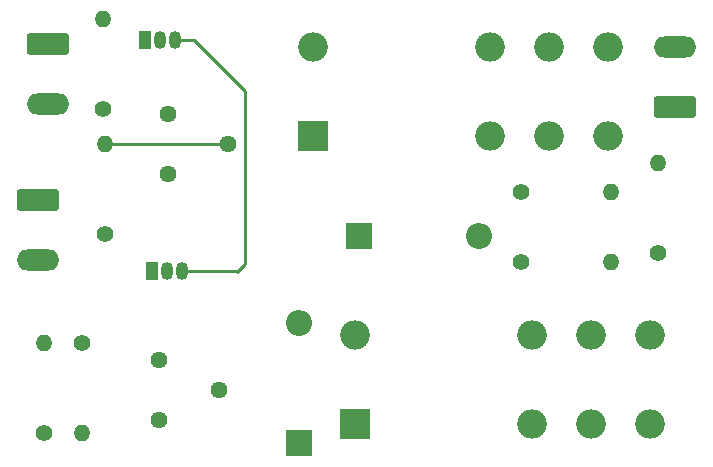
<source format=gbr>
%TF.GenerationSoftware,KiCad,Pcbnew,6.0.7-f9a2dced07~116~ubuntu22.04.1*%
%TF.CreationDate,2022-09-09T13:02:49-03:00*%
%TF.ProjectId,DriverAlarme,44726976-6572-4416-9c61-726d652e6b69,rev?*%
%TF.SameCoordinates,Original*%
%TF.FileFunction,Copper,L2,Bot*%
%TF.FilePolarity,Positive*%
%FSLAX46Y46*%
G04 Gerber Fmt 4.6, Leading zero omitted, Abs format (unit mm)*
G04 Created by KiCad (PCBNEW 6.0.7-f9a2dced07~116~ubuntu22.04.1) date 2022-09-09 13:02:49*
%MOMM*%
%LPD*%
G01*
G04 APERTURE LIST*
G04 Aperture macros list*
%AMRoundRect*
0 Rectangle with rounded corners*
0 $1 Rounding radius*
0 $2 $3 $4 $5 $6 $7 $8 $9 X,Y pos of 4 corners*
0 Add a 4 corners polygon primitive as box body*
4,1,4,$2,$3,$4,$5,$6,$7,$8,$9,$2,$3,0*
0 Add four circle primitives for the rounded corners*
1,1,$1+$1,$2,$3*
1,1,$1+$1,$4,$5*
1,1,$1+$1,$6,$7*
1,1,$1+$1,$8,$9*
0 Add four rect primitives between the rounded corners*
20,1,$1+$1,$2,$3,$4,$5,0*
20,1,$1+$1,$4,$5,$6,$7,0*
20,1,$1+$1,$6,$7,$8,$9,0*
20,1,$1+$1,$8,$9,$2,$3,0*%
G04 Aperture macros list end*
%TA.AperFunction,ComponentPad*%
%ADD10RoundRect,0.250000X1.550000X-0.650000X1.550000X0.650000X-1.550000X0.650000X-1.550000X-0.650000X0*%
%TD*%
%TA.AperFunction,ComponentPad*%
%ADD11O,3.600000X1.800000*%
%TD*%
%TA.AperFunction,ComponentPad*%
%ADD12C,1.440000*%
%TD*%
%TA.AperFunction,ComponentPad*%
%ADD13R,2.500000X2.500000*%
%TD*%
%TA.AperFunction,ComponentPad*%
%ADD14O,2.500000X2.500000*%
%TD*%
%TA.AperFunction,ComponentPad*%
%ADD15C,1.400000*%
%TD*%
%TA.AperFunction,ComponentPad*%
%ADD16O,1.400000X1.400000*%
%TD*%
%TA.AperFunction,ComponentPad*%
%ADD17R,1.050000X1.500000*%
%TD*%
%TA.AperFunction,ComponentPad*%
%ADD18O,1.050000X1.500000*%
%TD*%
%TA.AperFunction,ComponentPad*%
%ADD19RoundRect,0.250000X-1.550000X0.650000X-1.550000X-0.650000X1.550000X-0.650000X1.550000X0.650000X0*%
%TD*%
%TA.AperFunction,ComponentPad*%
%ADD20R,2.200000X2.200000*%
%TD*%
%TA.AperFunction,ComponentPad*%
%ADD21O,2.200000X2.200000*%
%TD*%
%TA.AperFunction,Conductor*%
%ADD22C,0.250000*%
%TD*%
G04 APERTURE END LIST*
D10*
%TO.P,J3,1,Pin_1*%
%TO.N,Net-(J3-Pad1)*%
X116867500Y-48885000D03*
D11*
%TO.P,J3,2,Pin_2*%
%TO.N,Net-(J3-Pad2)*%
X116867500Y-43805000D03*
%TD*%
D12*
%TO.P,RV2,1,1*%
%TO.N,Net-(Q2-Pad2)*%
X73145000Y-75340000D03*
%TO.P,RV2,2,2*%
%TO.N,Net-(R4-Pad2)*%
X78225000Y-72800000D03*
%TO.P,RV2,3,3*%
%TO.N,unconnected-(RV2-Pad3)*%
X73145000Y-70260000D03*
%TD*%
%TO.P,RV1,1,1*%
%TO.N,Net-(Q1-Pad2)*%
X73945000Y-54540000D03*
%TO.P,RV1,2,2*%
%TO.N,Net-(R3-Pad2)*%
X79025000Y-52000000D03*
%TO.P,RV1,3,3*%
%TO.N,unconnected-(RV1-Pad3)*%
X73945000Y-49460000D03*
%TD*%
D13*
%TO.P,RL2,1*%
%TO.N,Net-(Q2-Pad1)*%
X89762500Y-75687500D03*
D14*
%TO.P,RL2,2*%
%TO.N,unconnected-(RL2-Pad2)*%
X104762500Y-75687500D03*
%TO.P,RL2,3*%
%TO.N,Net-(R7-Pad2)*%
X109762500Y-75687500D03*
%TO.P,RL2,4*%
%TO.N,Net-(R8-Pad2)*%
X114762500Y-75687500D03*
%TO.P,RL2,5*%
%TO.N,unconnected-(RL2-Pad5)*%
X114762500Y-68187500D03*
%TO.P,RL2,6*%
%TO.N,unconnected-(RL2-Pad6)*%
X109762500Y-68187500D03*
%TO.P,RL2,7*%
%TO.N,unconnected-(RL2-Pad7)*%
X104762500Y-68187500D03*
%TO.P,RL2,8*%
%TO.N,GND*%
X89762500Y-68187500D03*
%TD*%
D13*
%TO.P,RL1,1*%
%TO.N,Net-(Q1-Pad1)*%
X86162500Y-51287500D03*
D14*
%TO.P,RL1,2*%
%TO.N,unconnected-(RL1-Pad2)*%
X101162500Y-51287500D03*
%TO.P,RL1,3*%
%TO.N,Net-(J3-Pad1)*%
X106162500Y-51287500D03*
%TO.P,RL1,4*%
%TO.N,Net-(R7-Pad2)*%
X111162500Y-51287500D03*
%TO.P,RL1,5*%
%TO.N,unconnected-(RL1-Pad5)*%
X111162500Y-43787500D03*
%TO.P,RL1,6*%
%TO.N,unconnected-(RL1-Pad6)*%
X106162500Y-43787500D03*
%TO.P,RL1,7*%
%TO.N,unconnected-(RL1-Pad7)*%
X101162500Y-43787500D03*
%TO.P,RL1,8*%
%TO.N,GND*%
X86162500Y-43787500D03*
%TD*%
D15*
%TO.P,R9,1*%
%TO.N,Net-(J3-Pad2)*%
X115400000Y-61200000D03*
D16*
%TO.P,R9,2*%
%TO.N,Net-(R8-Pad2)*%
X115400000Y-53580000D03*
%TD*%
D15*
%TO.P,R8,1*%
%TO.N,Net-(R7-Pad2)*%
X103790000Y-62000000D03*
D16*
%TO.P,R8,2*%
%TO.N,Net-(R8-Pad2)*%
X111410000Y-62000000D03*
%TD*%
%TO.P,R7,2*%
%TO.N,Net-(R7-Pad2)*%
X111420000Y-56000000D03*
D15*
%TO.P,R7,1*%
%TO.N,Net-(J3-Pad1)*%
X103800000Y-56000000D03*
%TD*%
%TO.P,R4,1*%
%TO.N,Net-(J2-Pad2)*%
X66600000Y-68800000D03*
D16*
%TO.P,R4,2*%
%TO.N,Net-(R4-Pad2)*%
X66600000Y-76420000D03*
%TD*%
D15*
%TO.P,R3,1*%
%TO.N,Net-(J2-Pad1)*%
X68600000Y-59610000D03*
D16*
%TO.P,R3,2*%
%TO.N,Net-(R3-Pad2)*%
X68600000Y-51990000D03*
%TD*%
D15*
%TO.P,R2,1*%
%TO.N,Net-(J1-Pad1)*%
X68400000Y-49010000D03*
D16*
%TO.P,R2,2*%
%TO.N,Net-(J2-Pad1)*%
X68400000Y-41390000D03*
%TD*%
D15*
%TO.P,R1,1*%
%TO.N,Net-(J1-Pad1)*%
X63400000Y-76410000D03*
D16*
%TO.P,R1,2*%
%TO.N,Net-(J2-Pad2)*%
X63400000Y-68790000D03*
%TD*%
D17*
%TO.P,Q2,1,E*%
%TO.N,Net-(Q2-Pad1)*%
X72530000Y-62760000D03*
D18*
%TO.P,Q2,2,B*%
%TO.N,Net-(Q2-Pad2)*%
X73800000Y-62760000D03*
%TO.P,Q2,3,C*%
%TO.N,Net-(Q1-Pad3)*%
X75070000Y-62760000D03*
%TD*%
D17*
%TO.P,Q1,1,E*%
%TO.N,Net-(Q1-Pad1)*%
X71930000Y-43160000D03*
D18*
%TO.P,Q1,2,B*%
%TO.N,Net-(Q1-Pad2)*%
X73200000Y-43160000D03*
%TO.P,Q1,3,C*%
%TO.N,Net-(Q1-Pad3)*%
X74470000Y-43160000D03*
%TD*%
D19*
%TO.P,J2,1,Pin_1*%
%TO.N,Net-(J2-Pad1)*%
X62932500Y-56715000D03*
D11*
%TO.P,J2,2,Pin_2*%
%TO.N,Net-(J2-Pad2)*%
X62932500Y-61795000D03*
%TD*%
D19*
%TO.P,J1,1,Pin_1*%
%TO.N,Net-(J1-Pad1)*%
X63732500Y-43515000D03*
D11*
%TO.P,J1,2,Pin_2*%
%TO.N,Earth*%
X63732500Y-48595000D03*
%TD*%
D20*
%TO.P,D2,1,K*%
%TO.N,Net-(Q2-Pad1)*%
X85000000Y-77280000D03*
D21*
%TO.P,D2,2,A*%
%TO.N,GND*%
X85000000Y-67120000D03*
%TD*%
D20*
%TO.P,D1,1,K*%
%TO.N,Net-(Q1-Pad1)*%
X90120000Y-59800000D03*
D21*
%TO.P,D1,2,A*%
%TO.N,GND*%
X100280000Y-59800000D03*
%TD*%
D22*
%TO.N,Net-(Q1-Pad3)*%
X75070000Y-62760000D02*
X79760000Y-62760000D01*
X79760000Y-62760000D02*
X79800000Y-62800000D01*
X79800000Y-62800000D02*
X80478601Y-62121399D01*
X80478601Y-62121399D02*
X80478601Y-47478601D01*
X80478601Y-47478601D02*
X76160000Y-43160000D01*
X76160000Y-43160000D02*
X74470000Y-43160000D01*
%TO.N,Net-(R3-Pad2)*%
X68600000Y-51990000D02*
X79015000Y-51990000D01*
X79015000Y-51990000D02*
X79025000Y-52000000D01*
%TD*%
M02*

</source>
